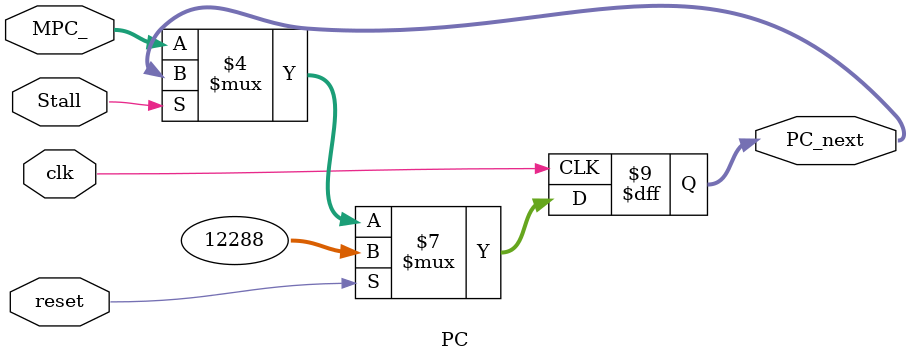
<source format=v>
`timescale 1ns / 1ps
module PC(
    input clk,
	 input reset,
    input [31:0] MPC_,
	 input Stall,
	 output reg[31:0] PC_next
    );
	 wire PC_en;
	 assign PC_en = !Stall;
	 initial begin
	   PC_next <= 32'h0000_3000;
	 end
    always @(posedge clk) begin
	   if(reset) begin
		  PC_next <= 32'h0000_3000;
		end
		else if(PC_en) begin
		  PC_next <= MPC_;
		end//PC_en=1ÇÒreset=0
	 end//end always

endmodule

</source>
